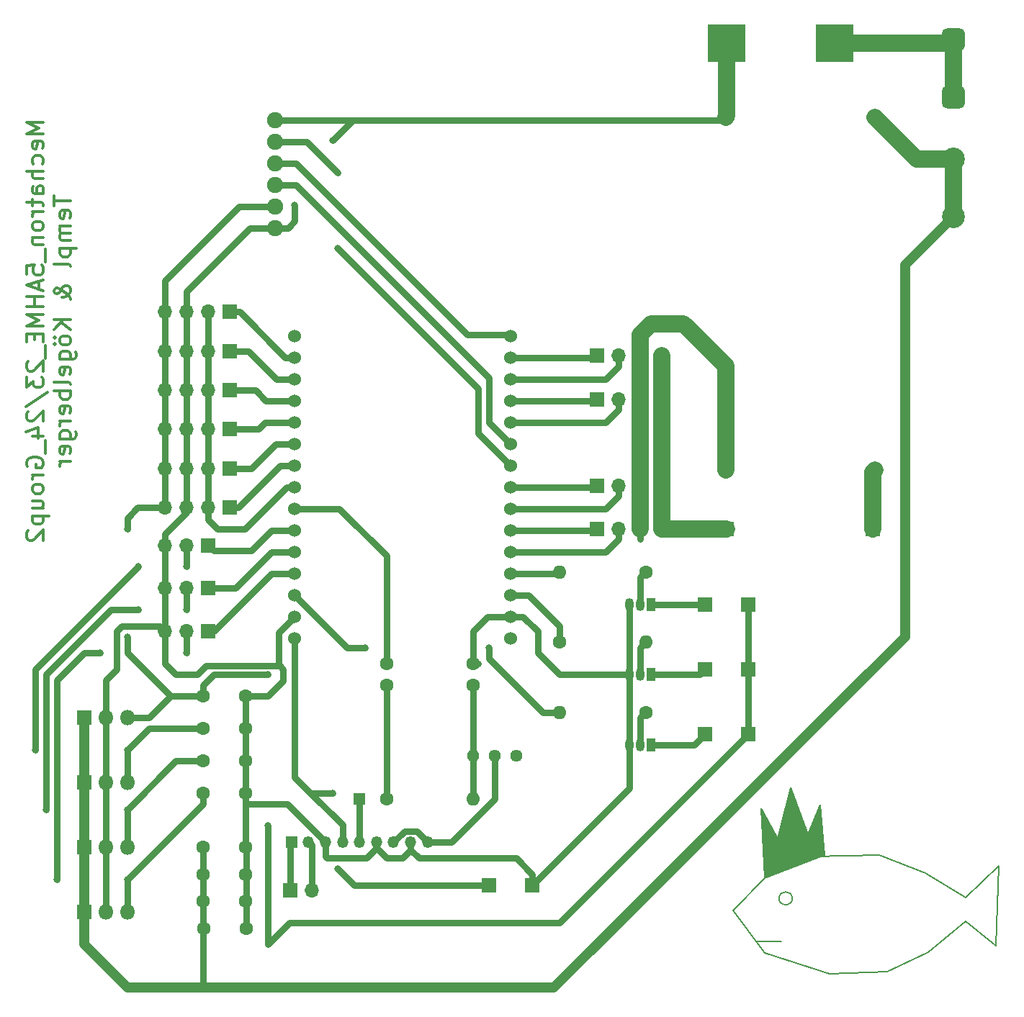
<source format=gbr>
G04 #@! TF.GenerationSoftware,KiCad,Pcbnew,7.0.6*
G04 #@! TF.CreationDate,2023-11-21T10:42:39+01:00*
G04 #@! TF.ProjectId,Mechatron_01,4d656368-6174-4726-9f6e-5f30312e6b69,rev?*
G04 #@! TF.SameCoordinates,Original*
G04 #@! TF.FileFunction,Copper,L2,Bot*
G04 #@! TF.FilePolarity,Positive*
%FSLAX46Y46*%
G04 Gerber Fmt 4.6, Leading zero omitted, Abs format (unit mm)*
G04 Created by KiCad (PCBNEW 7.0.6) date 2023-11-21 10:42:39*
%MOMM*%
%LPD*%
G01*
G04 APERTURE LIST*
G04 Aperture macros list*
%AMRoundRect*
0 Rectangle with rounded corners*
0 $1 Rounding radius*
0 $2 $3 $4 $5 $6 $7 $8 $9 X,Y pos of 4 corners*
0 Add a 4 corners polygon primitive as box body*
4,1,4,$2,$3,$4,$5,$6,$7,$8,$9,$2,$3,0*
0 Add four circle primitives for the rounded corners*
1,1,$1+$1,$2,$3*
1,1,$1+$1,$4,$5*
1,1,$1+$1,$6,$7*
1,1,$1+$1,$8,$9*
0 Add four rect primitives between the rounded corners*
20,1,$1+$1,$2,$3,$4,$5,0*
20,1,$1+$1,$4,$5,$6,$7,0*
20,1,$1+$1,$6,$7,$8,$9,0*
20,1,$1+$1,$8,$9,$2,$3,0*%
G04 Aperture macros list end*
G04 #@! TA.AperFunction,NonConductor*
%ADD10C,0.200000*%
G04 #@! TD*
%ADD11C,0.300000*%
G04 #@! TA.AperFunction,NonConductor*
%ADD12C,0.300000*%
G04 #@! TD*
G04 #@! TA.AperFunction,ComponentPad*
%ADD13O,1.600000X1.600000*%
G04 #@! TD*
G04 #@! TA.AperFunction,ComponentPad*
%ADD14C,1.600000*%
G04 #@! TD*
G04 #@! TA.AperFunction,ComponentPad*
%ADD15R,1.050000X1.500000*%
G04 #@! TD*
G04 #@! TA.AperFunction,ComponentPad*
%ADD16O,1.050000X1.500000*%
G04 #@! TD*
G04 #@! TA.AperFunction,ComponentPad*
%ADD17R,1.700000X1.700000*%
G04 #@! TD*
G04 #@! TA.AperFunction,ComponentPad*
%ADD18O,1.700000X1.700000*%
G04 #@! TD*
G04 #@! TA.AperFunction,ComponentPad*
%ADD19R,1.800000X1.800000*%
G04 #@! TD*
G04 #@! TA.AperFunction,ComponentPad*
%ADD20O,1.800000X1.800000*%
G04 #@! TD*
G04 #@! TA.AperFunction,ComponentPad*
%ADD21R,4.500000X4.500000*%
G04 #@! TD*
G04 #@! TA.AperFunction,ComponentPad*
%ADD22C,1.524000*%
G04 #@! TD*
G04 #@! TA.AperFunction,ComponentPad*
%ADD23C,1.800000*%
G04 #@! TD*
G04 #@! TA.AperFunction,ComponentPad*
%ADD24RoundRect,0.675000X-0.675000X0.675000X-0.675000X-0.675000X0.675000X-0.675000X0.675000X0.675000X0*%
G04 #@! TD*
G04 #@! TA.AperFunction,ComponentPad*
%ADD25C,2.700000*%
G04 #@! TD*
G04 #@! TA.AperFunction,ComponentPad*
%ADD26R,1.350000X1.350000*%
G04 #@! TD*
G04 #@! TA.AperFunction,ComponentPad*
%ADD27O,1.350000X1.350000*%
G04 #@! TD*
G04 #@! TA.AperFunction,ComponentPad*
%ADD28C,1.440000*%
G04 #@! TD*
G04 #@! TA.AperFunction,ComponentPad*
%ADD29C,1.900000*%
G04 #@! TD*
G04 #@! TA.AperFunction,ViaPad*
%ADD30C,0.800000*%
G04 #@! TD*
G04 #@! TA.AperFunction,Conductor*
%ADD31C,0.800000*%
G04 #@! TD*
G04 #@! TA.AperFunction,Conductor*
%ADD32C,1.200000*%
G04 #@! TD*
G04 #@! TA.AperFunction,Conductor*
%ADD33C,2.000000*%
G04 #@! TD*
G04 APERTURE END LIST*
D10*
X119000000Y-121000000D02*
X120500000Y-117500000D01*
X121000000Y-123500000D01*
X113900000Y-126150000D01*
X113500000Y-118000000D01*
X115500000Y-121500000D01*
X117000000Y-115500000D01*
X119000000Y-121000000D01*
G04 #@! TA.AperFunction,NonConductor*
G36*
X119000000Y-121000000D02*
G01*
X120500000Y-117500000D01*
X121000000Y-123500000D01*
X113900000Y-126150000D01*
X113500000Y-118000000D01*
X115500000Y-121500000D01*
X117000000Y-115500000D01*
X119000000Y-121000000D01*
G37*
G04 #@! TD.AperFunction*
X112947428Y-133664136D02*
X115897428Y-133664136D01*
X119047429Y-121586319D02*
G75*
G03*
X119047429Y-121586319I-1J0D01*
G01*
X117175245Y-128564136D02*
G75*
G03*
X117175245Y-128564136I-777817J0D01*
G01*
X132850000Y-125550000D02*
X137600000Y-128450000D01*
X141500000Y-124750000D01*
X141150000Y-134150000D01*
X137600000Y-131250000D01*
X133200000Y-134900000D01*
X128300000Y-137200000D01*
X121600000Y-137400000D01*
X113900000Y-135000000D01*
X110250000Y-130000000D01*
X113900000Y-126150000D01*
X119600000Y-123600000D01*
X127400000Y-123500000D01*
X132850000Y-125550000D01*
D11*
D12*
X29139638Y-37306189D02*
X27139638Y-37306189D01*
X27139638Y-37306189D02*
X28568209Y-37972856D01*
X28568209Y-37972856D02*
X27139638Y-38639522D01*
X27139638Y-38639522D02*
X29139638Y-38639522D01*
X29044400Y-40353808D02*
X29139638Y-40163332D01*
X29139638Y-40163332D02*
X29139638Y-39782379D01*
X29139638Y-39782379D02*
X29044400Y-39591903D01*
X29044400Y-39591903D02*
X28853923Y-39496665D01*
X28853923Y-39496665D02*
X28092019Y-39496665D01*
X28092019Y-39496665D02*
X27901542Y-39591903D01*
X27901542Y-39591903D02*
X27806304Y-39782379D01*
X27806304Y-39782379D02*
X27806304Y-40163332D01*
X27806304Y-40163332D02*
X27901542Y-40353808D01*
X27901542Y-40353808D02*
X28092019Y-40449046D01*
X28092019Y-40449046D02*
X28282495Y-40449046D01*
X28282495Y-40449046D02*
X28472971Y-39496665D01*
X29044400Y-42163332D02*
X29139638Y-41972856D01*
X29139638Y-41972856D02*
X29139638Y-41591903D01*
X29139638Y-41591903D02*
X29044400Y-41401427D01*
X29044400Y-41401427D02*
X28949161Y-41306189D01*
X28949161Y-41306189D02*
X28758685Y-41210951D01*
X28758685Y-41210951D02*
X28187257Y-41210951D01*
X28187257Y-41210951D02*
X27996780Y-41306189D01*
X27996780Y-41306189D02*
X27901542Y-41401427D01*
X27901542Y-41401427D02*
X27806304Y-41591903D01*
X27806304Y-41591903D02*
X27806304Y-41972856D01*
X27806304Y-41972856D02*
X27901542Y-42163332D01*
X29139638Y-43020475D02*
X27139638Y-43020475D01*
X29139638Y-43877618D02*
X28092019Y-43877618D01*
X28092019Y-43877618D02*
X27901542Y-43782380D01*
X27901542Y-43782380D02*
X27806304Y-43591904D01*
X27806304Y-43591904D02*
X27806304Y-43306189D01*
X27806304Y-43306189D02*
X27901542Y-43115713D01*
X27901542Y-43115713D02*
X27996780Y-43020475D01*
X29139638Y-45687142D02*
X28092019Y-45687142D01*
X28092019Y-45687142D02*
X27901542Y-45591904D01*
X27901542Y-45591904D02*
X27806304Y-45401428D01*
X27806304Y-45401428D02*
X27806304Y-45020475D01*
X27806304Y-45020475D02*
X27901542Y-44829999D01*
X29044400Y-45687142D02*
X29139638Y-45496666D01*
X29139638Y-45496666D02*
X29139638Y-45020475D01*
X29139638Y-45020475D02*
X29044400Y-44829999D01*
X29044400Y-44829999D02*
X28853923Y-44734761D01*
X28853923Y-44734761D02*
X28663447Y-44734761D01*
X28663447Y-44734761D02*
X28472971Y-44829999D01*
X28472971Y-44829999D02*
X28377733Y-45020475D01*
X28377733Y-45020475D02*
X28377733Y-45496666D01*
X28377733Y-45496666D02*
X28282495Y-45687142D01*
X27806304Y-46353809D02*
X27806304Y-47115713D01*
X27139638Y-46639523D02*
X28853923Y-46639523D01*
X28853923Y-46639523D02*
X29044400Y-46734761D01*
X29044400Y-46734761D02*
X29139638Y-46925237D01*
X29139638Y-46925237D02*
X29139638Y-47115713D01*
X29139638Y-47782380D02*
X27806304Y-47782380D01*
X28187257Y-47782380D02*
X27996780Y-47877618D01*
X27996780Y-47877618D02*
X27901542Y-47972856D01*
X27901542Y-47972856D02*
X27806304Y-48163332D01*
X27806304Y-48163332D02*
X27806304Y-48353809D01*
X29139638Y-49306189D02*
X29044400Y-49115713D01*
X29044400Y-49115713D02*
X28949161Y-49020475D01*
X28949161Y-49020475D02*
X28758685Y-48925237D01*
X28758685Y-48925237D02*
X28187257Y-48925237D01*
X28187257Y-48925237D02*
X27996780Y-49020475D01*
X27996780Y-49020475D02*
X27901542Y-49115713D01*
X27901542Y-49115713D02*
X27806304Y-49306189D01*
X27806304Y-49306189D02*
X27806304Y-49591904D01*
X27806304Y-49591904D02*
X27901542Y-49782380D01*
X27901542Y-49782380D02*
X27996780Y-49877618D01*
X27996780Y-49877618D02*
X28187257Y-49972856D01*
X28187257Y-49972856D02*
X28758685Y-49972856D01*
X28758685Y-49972856D02*
X28949161Y-49877618D01*
X28949161Y-49877618D02*
X29044400Y-49782380D01*
X29044400Y-49782380D02*
X29139638Y-49591904D01*
X29139638Y-49591904D02*
X29139638Y-49306189D01*
X27806304Y-50829999D02*
X29139638Y-50829999D01*
X27996780Y-50829999D02*
X27901542Y-50925237D01*
X27901542Y-50925237D02*
X27806304Y-51115713D01*
X27806304Y-51115713D02*
X27806304Y-51401428D01*
X27806304Y-51401428D02*
X27901542Y-51591904D01*
X27901542Y-51591904D02*
X28092019Y-51687142D01*
X28092019Y-51687142D02*
X29139638Y-51687142D01*
X29330114Y-52163333D02*
X29330114Y-53687142D01*
X27139638Y-55115714D02*
X27139638Y-54163333D01*
X27139638Y-54163333D02*
X28092019Y-54068095D01*
X28092019Y-54068095D02*
X27996780Y-54163333D01*
X27996780Y-54163333D02*
X27901542Y-54353809D01*
X27901542Y-54353809D02*
X27901542Y-54830000D01*
X27901542Y-54830000D02*
X27996780Y-55020476D01*
X27996780Y-55020476D02*
X28092019Y-55115714D01*
X28092019Y-55115714D02*
X28282495Y-55210952D01*
X28282495Y-55210952D02*
X28758685Y-55210952D01*
X28758685Y-55210952D02*
X28949161Y-55115714D01*
X28949161Y-55115714D02*
X29044400Y-55020476D01*
X29044400Y-55020476D02*
X29139638Y-54830000D01*
X29139638Y-54830000D02*
X29139638Y-54353809D01*
X29139638Y-54353809D02*
X29044400Y-54163333D01*
X29044400Y-54163333D02*
X28949161Y-54068095D01*
X28568209Y-55972857D02*
X28568209Y-56925238D01*
X29139638Y-55782381D02*
X27139638Y-56449047D01*
X27139638Y-56449047D02*
X29139638Y-57115714D01*
X29139638Y-57782381D02*
X27139638Y-57782381D01*
X28092019Y-57782381D02*
X28092019Y-58925238D01*
X29139638Y-58925238D02*
X27139638Y-58925238D01*
X29139638Y-59877619D02*
X27139638Y-59877619D01*
X27139638Y-59877619D02*
X28568209Y-60544286D01*
X28568209Y-60544286D02*
X27139638Y-61210952D01*
X27139638Y-61210952D02*
X29139638Y-61210952D01*
X28092019Y-62163333D02*
X28092019Y-62830000D01*
X29139638Y-63115714D02*
X29139638Y-62163333D01*
X29139638Y-62163333D02*
X27139638Y-62163333D01*
X27139638Y-62163333D02*
X27139638Y-63115714D01*
X29330114Y-63496667D02*
X29330114Y-65020476D01*
X27330114Y-65401429D02*
X27234876Y-65496667D01*
X27234876Y-65496667D02*
X27139638Y-65687143D01*
X27139638Y-65687143D02*
X27139638Y-66163334D01*
X27139638Y-66163334D02*
X27234876Y-66353810D01*
X27234876Y-66353810D02*
X27330114Y-66449048D01*
X27330114Y-66449048D02*
X27520590Y-66544286D01*
X27520590Y-66544286D02*
X27711066Y-66544286D01*
X27711066Y-66544286D02*
X27996780Y-66449048D01*
X27996780Y-66449048D02*
X29139638Y-65306191D01*
X29139638Y-65306191D02*
X29139638Y-66544286D01*
X27139638Y-67210953D02*
X27139638Y-68449048D01*
X27139638Y-68449048D02*
X27901542Y-67782381D01*
X27901542Y-67782381D02*
X27901542Y-68068096D01*
X27901542Y-68068096D02*
X27996780Y-68258572D01*
X27996780Y-68258572D02*
X28092019Y-68353810D01*
X28092019Y-68353810D02*
X28282495Y-68449048D01*
X28282495Y-68449048D02*
X28758685Y-68449048D01*
X28758685Y-68449048D02*
X28949161Y-68353810D01*
X28949161Y-68353810D02*
X29044400Y-68258572D01*
X29044400Y-68258572D02*
X29139638Y-68068096D01*
X29139638Y-68068096D02*
X29139638Y-67496667D01*
X29139638Y-67496667D02*
X29044400Y-67306191D01*
X29044400Y-67306191D02*
X28949161Y-67210953D01*
X27044400Y-70734762D02*
X29615828Y-69020477D01*
X27330114Y-71306191D02*
X27234876Y-71401429D01*
X27234876Y-71401429D02*
X27139638Y-71591905D01*
X27139638Y-71591905D02*
X27139638Y-72068096D01*
X27139638Y-72068096D02*
X27234876Y-72258572D01*
X27234876Y-72258572D02*
X27330114Y-72353810D01*
X27330114Y-72353810D02*
X27520590Y-72449048D01*
X27520590Y-72449048D02*
X27711066Y-72449048D01*
X27711066Y-72449048D02*
X27996780Y-72353810D01*
X27996780Y-72353810D02*
X29139638Y-71210953D01*
X29139638Y-71210953D02*
X29139638Y-72449048D01*
X27806304Y-74163334D02*
X29139638Y-74163334D01*
X27044400Y-73687143D02*
X28472971Y-73210953D01*
X28472971Y-73210953D02*
X28472971Y-74449048D01*
X29330114Y-74734763D02*
X29330114Y-76258572D01*
X27234876Y-77782382D02*
X27139638Y-77591906D01*
X27139638Y-77591906D02*
X27139638Y-77306192D01*
X27139638Y-77306192D02*
X27234876Y-77020477D01*
X27234876Y-77020477D02*
X27425352Y-76830001D01*
X27425352Y-76830001D02*
X27615828Y-76734763D01*
X27615828Y-76734763D02*
X27996780Y-76639525D01*
X27996780Y-76639525D02*
X28282495Y-76639525D01*
X28282495Y-76639525D02*
X28663447Y-76734763D01*
X28663447Y-76734763D02*
X28853923Y-76830001D01*
X28853923Y-76830001D02*
X29044400Y-77020477D01*
X29044400Y-77020477D02*
X29139638Y-77306192D01*
X29139638Y-77306192D02*
X29139638Y-77496668D01*
X29139638Y-77496668D02*
X29044400Y-77782382D01*
X29044400Y-77782382D02*
X28949161Y-77877620D01*
X28949161Y-77877620D02*
X28282495Y-77877620D01*
X28282495Y-77877620D02*
X28282495Y-77496668D01*
X29139638Y-78734763D02*
X27806304Y-78734763D01*
X28187257Y-78734763D02*
X27996780Y-78830001D01*
X27996780Y-78830001D02*
X27901542Y-78925239D01*
X27901542Y-78925239D02*
X27806304Y-79115715D01*
X27806304Y-79115715D02*
X27806304Y-79306192D01*
X29139638Y-80258572D02*
X29044400Y-80068096D01*
X29044400Y-80068096D02*
X28949161Y-79972858D01*
X28949161Y-79972858D02*
X28758685Y-79877620D01*
X28758685Y-79877620D02*
X28187257Y-79877620D01*
X28187257Y-79877620D02*
X27996780Y-79972858D01*
X27996780Y-79972858D02*
X27901542Y-80068096D01*
X27901542Y-80068096D02*
X27806304Y-80258572D01*
X27806304Y-80258572D02*
X27806304Y-80544287D01*
X27806304Y-80544287D02*
X27901542Y-80734763D01*
X27901542Y-80734763D02*
X27996780Y-80830001D01*
X27996780Y-80830001D02*
X28187257Y-80925239D01*
X28187257Y-80925239D02*
X28758685Y-80925239D01*
X28758685Y-80925239D02*
X28949161Y-80830001D01*
X28949161Y-80830001D02*
X29044400Y-80734763D01*
X29044400Y-80734763D02*
X29139638Y-80544287D01*
X29139638Y-80544287D02*
X29139638Y-80258572D01*
X27806304Y-82639525D02*
X29139638Y-82639525D01*
X27806304Y-81782382D02*
X28853923Y-81782382D01*
X28853923Y-81782382D02*
X29044400Y-81877620D01*
X29044400Y-81877620D02*
X29139638Y-82068096D01*
X29139638Y-82068096D02*
X29139638Y-82353811D01*
X29139638Y-82353811D02*
X29044400Y-82544287D01*
X29044400Y-82544287D02*
X28949161Y-82639525D01*
X27806304Y-83591906D02*
X29806304Y-83591906D01*
X27901542Y-83591906D02*
X27806304Y-83782382D01*
X27806304Y-83782382D02*
X27806304Y-84163335D01*
X27806304Y-84163335D02*
X27901542Y-84353811D01*
X27901542Y-84353811D02*
X27996780Y-84449049D01*
X27996780Y-84449049D02*
X28187257Y-84544287D01*
X28187257Y-84544287D02*
X28758685Y-84544287D01*
X28758685Y-84544287D02*
X28949161Y-84449049D01*
X28949161Y-84449049D02*
X29044400Y-84353811D01*
X29044400Y-84353811D02*
X29139638Y-84163335D01*
X29139638Y-84163335D02*
X29139638Y-83782382D01*
X29139638Y-83782382D02*
X29044400Y-83591906D01*
X27330114Y-85306192D02*
X27234876Y-85401430D01*
X27234876Y-85401430D02*
X27139638Y-85591906D01*
X27139638Y-85591906D02*
X27139638Y-86068097D01*
X27139638Y-86068097D02*
X27234876Y-86258573D01*
X27234876Y-86258573D02*
X27330114Y-86353811D01*
X27330114Y-86353811D02*
X27520590Y-86449049D01*
X27520590Y-86449049D02*
X27711066Y-86449049D01*
X27711066Y-86449049D02*
X27996780Y-86353811D01*
X27996780Y-86353811D02*
X29139638Y-85210954D01*
X29139638Y-85210954D02*
X29139638Y-86449049D01*
X30359638Y-45925237D02*
X30359638Y-47068094D01*
X32359638Y-46496665D02*
X30359638Y-46496665D01*
X32264400Y-48496666D02*
X32359638Y-48306190D01*
X32359638Y-48306190D02*
X32359638Y-47925237D01*
X32359638Y-47925237D02*
X32264400Y-47734761D01*
X32264400Y-47734761D02*
X32073923Y-47639523D01*
X32073923Y-47639523D02*
X31312019Y-47639523D01*
X31312019Y-47639523D02*
X31121542Y-47734761D01*
X31121542Y-47734761D02*
X31026304Y-47925237D01*
X31026304Y-47925237D02*
X31026304Y-48306190D01*
X31026304Y-48306190D02*
X31121542Y-48496666D01*
X31121542Y-48496666D02*
X31312019Y-48591904D01*
X31312019Y-48591904D02*
X31502495Y-48591904D01*
X31502495Y-48591904D02*
X31692971Y-47639523D01*
X32359638Y-49449047D02*
X31026304Y-49449047D01*
X31216780Y-49449047D02*
X31121542Y-49544285D01*
X31121542Y-49544285D02*
X31026304Y-49734761D01*
X31026304Y-49734761D02*
X31026304Y-50020476D01*
X31026304Y-50020476D02*
X31121542Y-50210952D01*
X31121542Y-50210952D02*
X31312019Y-50306190D01*
X31312019Y-50306190D02*
X32359638Y-50306190D01*
X31312019Y-50306190D02*
X31121542Y-50401428D01*
X31121542Y-50401428D02*
X31026304Y-50591904D01*
X31026304Y-50591904D02*
X31026304Y-50877618D01*
X31026304Y-50877618D02*
X31121542Y-51068095D01*
X31121542Y-51068095D02*
X31312019Y-51163333D01*
X31312019Y-51163333D02*
X32359638Y-51163333D01*
X31026304Y-52115714D02*
X33026304Y-52115714D01*
X31121542Y-52115714D02*
X31026304Y-52306190D01*
X31026304Y-52306190D02*
X31026304Y-52687143D01*
X31026304Y-52687143D02*
X31121542Y-52877619D01*
X31121542Y-52877619D02*
X31216780Y-52972857D01*
X31216780Y-52972857D02*
X31407257Y-53068095D01*
X31407257Y-53068095D02*
X31978685Y-53068095D01*
X31978685Y-53068095D02*
X32169161Y-52972857D01*
X32169161Y-52972857D02*
X32264400Y-52877619D01*
X32264400Y-52877619D02*
X32359638Y-52687143D01*
X32359638Y-52687143D02*
X32359638Y-52306190D01*
X32359638Y-52306190D02*
X32264400Y-52115714D01*
X32359638Y-54210952D02*
X32264400Y-54020476D01*
X32264400Y-54020476D02*
X32073923Y-53925238D01*
X32073923Y-53925238D02*
X30359638Y-53925238D01*
X32359638Y-58115715D02*
X32359638Y-58020477D01*
X32359638Y-58020477D02*
X32264400Y-57830000D01*
X32264400Y-57830000D02*
X31978685Y-57544286D01*
X31978685Y-57544286D02*
X31407257Y-57068096D01*
X31407257Y-57068096D02*
X31121542Y-56877619D01*
X31121542Y-56877619D02*
X30835828Y-56782381D01*
X30835828Y-56782381D02*
X30645352Y-56782381D01*
X30645352Y-56782381D02*
X30454876Y-56877619D01*
X30454876Y-56877619D02*
X30359638Y-57068096D01*
X30359638Y-57068096D02*
X30359638Y-57163334D01*
X30359638Y-57163334D02*
X30454876Y-57353810D01*
X30454876Y-57353810D02*
X30645352Y-57449048D01*
X30645352Y-57449048D02*
X30740590Y-57449048D01*
X30740590Y-57449048D02*
X30931066Y-57353810D01*
X30931066Y-57353810D02*
X31026304Y-57258572D01*
X31026304Y-57258572D02*
X31407257Y-56687143D01*
X31407257Y-56687143D02*
X31502495Y-56591905D01*
X31502495Y-56591905D02*
X31692971Y-56496667D01*
X31692971Y-56496667D02*
X31978685Y-56496667D01*
X31978685Y-56496667D02*
X32169161Y-56591905D01*
X32169161Y-56591905D02*
X32264400Y-56687143D01*
X32264400Y-56687143D02*
X32359638Y-56877619D01*
X32359638Y-56877619D02*
X32359638Y-57163334D01*
X32359638Y-57163334D02*
X32264400Y-57353810D01*
X32264400Y-57353810D02*
X32169161Y-57449048D01*
X32169161Y-57449048D02*
X31788209Y-57734762D01*
X31788209Y-57734762D02*
X31502495Y-57830000D01*
X31502495Y-57830000D02*
X31312019Y-57830000D01*
X32359638Y-60496667D02*
X30359638Y-60496667D01*
X32359638Y-61639524D02*
X31216780Y-60782381D01*
X30359638Y-61639524D02*
X31502495Y-60496667D01*
X32359638Y-62782381D02*
X32264400Y-62591905D01*
X32264400Y-62591905D02*
X32169161Y-62496667D01*
X32169161Y-62496667D02*
X31978685Y-62401429D01*
X31978685Y-62401429D02*
X31407257Y-62401429D01*
X31407257Y-62401429D02*
X31216780Y-62496667D01*
X31216780Y-62496667D02*
X31121542Y-62591905D01*
X31121542Y-62591905D02*
X31026304Y-62782381D01*
X31026304Y-62782381D02*
X31026304Y-63068096D01*
X31026304Y-63068096D02*
X31121542Y-63258572D01*
X31121542Y-63258572D02*
X31216780Y-63353810D01*
X31216780Y-63353810D02*
X31407257Y-63449048D01*
X31407257Y-63449048D02*
X31978685Y-63449048D01*
X31978685Y-63449048D02*
X32169161Y-63353810D01*
X32169161Y-63353810D02*
X32264400Y-63258572D01*
X32264400Y-63258572D02*
X32359638Y-63068096D01*
X32359638Y-63068096D02*
X32359638Y-62782381D01*
X30359638Y-62591905D02*
X30454876Y-62687143D01*
X30454876Y-62687143D02*
X30550114Y-62591905D01*
X30550114Y-62591905D02*
X30454876Y-62496667D01*
X30454876Y-62496667D02*
X30359638Y-62591905D01*
X30359638Y-62591905D02*
X30550114Y-62591905D01*
X30359638Y-63353810D02*
X30454876Y-63449048D01*
X30454876Y-63449048D02*
X30550114Y-63353810D01*
X30550114Y-63353810D02*
X30454876Y-63258572D01*
X30454876Y-63258572D02*
X30359638Y-63353810D01*
X30359638Y-63353810D02*
X30550114Y-63353810D01*
X31026304Y-65163334D02*
X32645352Y-65163334D01*
X32645352Y-65163334D02*
X32835828Y-65068096D01*
X32835828Y-65068096D02*
X32931066Y-64972858D01*
X32931066Y-64972858D02*
X33026304Y-64782381D01*
X33026304Y-64782381D02*
X33026304Y-64496667D01*
X33026304Y-64496667D02*
X32931066Y-64306191D01*
X32264400Y-65163334D02*
X32359638Y-64972858D01*
X32359638Y-64972858D02*
X32359638Y-64591905D01*
X32359638Y-64591905D02*
X32264400Y-64401429D01*
X32264400Y-64401429D02*
X32169161Y-64306191D01*
X32169161Y-64306191D02*
X31978685Y-64210953D01*
X31978685Y-64210953D02*
X31407257Y-64210953D01*
X31407257Y-64210953D02*
X31216780Y-64306191D01*
X31216780Y-64306191D02*
X31121542Y-64401429D01*
X31121542Y-64401429D02*
X31026304Y-64591905D01*
X31026304Y-64591905D02*
X31026304Y-64972858D01*
X31026304Y-64972858D02*
X31121542Y-65163334D01*
X32264400Y-66877620D02*
X32359638Y-66687144D01*
X32359638Y-66687144D02*
X32359638Y-66306191D01*
X32359638Y-66306191D02*
X32264400Y-66115715D01*
X32264400Y-66115715D02*
X32073923Y-66020477D01*
X32073923Y-66020477D02*
X31312019Y-66020477D01*
X31312019Y-66020477D02*
X31121542Y-66115715D01*
X31121542Y-66115715D02*
X31026304Y-66306191D01*
X31026304Y-66306191D02*
X31026304Y-66687144D01*
X31026304Y-66687144D02*
X31121542Y-66877620D01*
X31121542Y-66877620D02*
X31312019Y-66972858D01*
X31312019Y-66972858D02*
X31502495Y-66972858D01*
X31502495Y-66972858D02*
X31692971Y-66020477D01*
X32359638Y-68115715D02*
X32264400Y-67925239D01*
X32264400Y-67925239D02*
X32073923Y-67830001D01*
X32073923Y-67830001D02*
X30359638Y-67830001D01*
X32359638Y-68877620D02*
X30359638Y-68877620D01*
X31121542Y-68877620D02*
X31026304Y-69068096D01*
X31026304Y-69068096D02*
X31026304Y-69449049D01*
X31026304Y-69449049D02*
X31121542Y-69639525D01*
X31121542Y-69639525D02*
X31216780Y-69734763D01*
X31216780Y-69734763D02*
X31407257Y-69830001D01*
X31407257Y-69830001D02*
X31978685Y-69830001D01*
X31978685Y-69830001D02*
X32169161Y-69734763D01*
X32169161Y-69734763D02*
X32264400Y-69639525D01*
X32264400Y-69639525D02*
X32359638Y-69449049D01*
X32359638Y-69449049D02*
X32359638Y-69068096D01*
X32359638Y-69068096D02*
X32264400Y-68877620D01*
X32264400Y-71449049D02*
X32359638Y-71258573D01*
X32359638Y-71258573D02*
X32359638Y-70877620D01*
X32359638Y-70877620D02*
X32264400Y-70687144D01*
X32264400Y-70687144D02*
X32073923Y-70591906D01*
X32073923Y-70591906D02*
X31312019Y-70591906D01*
X31312019Y-70591906D02*
X31121542Y-70687144D01*
X31121542Y-70687144D02*
X31026304Y-70877620D01*
X31026304Y-70877620D02*
X31026304Y-71258573D01*
X31026304Y-71258573D02*
X31121542Y-71449049D01*
X31121542Y-71449049D02*
X31312019Y-71544287D01*
X31312019Y-71544287D02*
X31502495Y-71544287D01*
X31502495Y-71544287D02*
X31692971Y-70591906D01*
X32359638Y-72401430D02*
X31026304Y-72401430D01*
X31407257Y-72401430D02*
X31216780Y-72496668D01*
X31216780Y-72496668D02*
X31121542Y-72591906D01*
X31121542Y-72591906D02*
X31026304Y-72782382D01*
X31026304Y-72782382D02*
X31026304Y-72972859D01*
X31026304Y-74496668D02*
X32645352Y-74496668D01*
X32645352Y-74496668D02*
X32835828Y-74401430D01*
X32835828Y-74401430D02*
X32931066Y-74306192D01*
X32931066Y-74306192D02*
X33026304Y-74115715D01*
X33026304Y-74115715D02*
X33026304Y-73830001D01*
X33026304Y-73830001D02*
X32931066Y-73639525D01*
X32264400Y-74496668D02*
X32359638Y-74306192D01*
X32359638Y-74306192D02*
X32359638Y-73925239D01*
X32359638Y-73925239D02*
X32264400Y-73734763D01*
X32264400Y-73734763D02*
X32169161Y-73639525D01*
X32169161Y-73639525D02*
X31978685Y-73544287D01*
X31978685Y-73544287D02*
X31407257Y-73544287D01*
X31407257Y-73544287D02*
X31216780Y-73639525D01*
X31216780Y-73639525D02*
X31121542Y-73734763D01*
X31121542Y-73734763D02*
X31026304Y-73925239D01*
X31026304Y-73925239D02*
X31026304Y-74306192D01*
X31026304Y-74306192D02*
X31121542Y-74496668D01*
X32264400Y-76210954D02*
X32359638Y-76020478D01*
X32359638Y-76020478D02*
X32359638Y-75639525D01*
X32359638Y-75639525D02*
X32264400Y-75449049D01*
X32264400Y-75449049D02*
X32073923Y-75353811D01*
X32073923Y-75353811D02*
X31312019Y-75353811D01*
X31312019Y-75353811D02*
X31121542Y-75449049D01*
X31121542Y-75449049D02*
X31026304Y-75639525D01*
X31026304Y-75639525D02*
X31026304Y-76020478D01*
X31026304Y-76020478D02*
X31121542Y-76210954D01*
X31121542Y-76210954D02*
X31312019Y-76306192D01*
X31312019Y-76306192D02*
X31502495Y-76306192D01*
X31502495Y-76306192D02*
X31692971Y-75353811D01*
X32359638Y-77163335D02*
X31026304Y-77163335D01*
X31407257Y-77163335D02*
X31216780Y-77258573D01*
X31216780Y-77258573D02*
X31121542Y-77353811D01*
X31121542Y-77353811D02*
X31026304Y-77544287D01*
X31026304Y-77544287D02*
X31026304Y-77734764D01*
D13*
X89789000Y-106680000D03*
D14*
X99949000Y-106680000D03*
D13*
X89789000Y-90170000D03*
D14*
X99949000Y-90170000D03*
D13*
X99949000Y-98425000D03*
D14*
X89789000Y-98425000D03*
D15*
X100584000Y-102235000D03*
D16*
X99314000Y-102235000D03*
X98044000Y-102235000D03*
D15*
X100584000Y-93980000D03*
D16*
X99314000Y-93980000D03*
X98044000Y-93980000D03*
D15*
X100584000Y-110490000D03*
D16*
X99314000Y-110490000D03*
X98044000Y-110490000D03*
D17*
X112014000Y-109220000D03*
X112014000Y-101600000D03*
X112014000Y-93980000D03*
X94234000Y-69850000D03*
D18*
X96774000Y-69850000D03*
X99314000Y-69850000D03*
X101854000Y-69850000D03*
D17*
X106934000Y-93980000D03*
X58134000Y-127635000D03*
D18*
X60674000Y-127635000D03*
D17*
X94234000Y-85090000D03*
D18*
X96774000Y-85090000D03*
X99314000Y-85090000D03*
X101854000Y-85090000D03*
D17*
X51054000Y-64178000D03*
D18*
X48514000Y-64178000D03*
X45974000Y-64178000D03*
X43434000Y-64178000D03*
D17*
X94234000Y-80010000D03*
D18*
X96774000Y-80010000D03*
X99314000Y-80010000D03*
X101854000Y-80010000D03*
D19*
X33909000Y-114935000D03*
D20*
X36449000Y-114935000D03*
X38989000Y-114935000D03*
D14*
X47919000Y-125730000D03*
X52919000Y-125730000D03*
D19*
X33909000Y-130175000D03*
D20*
X36449000Y-130175000D03*
X38989000Y-130175000D03*
D14*
X47919000Y-128905000D03*
X52919000Y-128905000D03*
D17*
X48514000Y-87020000D03*
D18*
X45974000Y-87020000D03*
X43434000Y-87020000D03*
D17*
X48514000Y-97105000D03*
D18*
X45974000Y-97105000D03*
X43434000Y-97105000D03*
D14*
X47919000Y-116205000D03*
X52919000Y-116205000D03*
X47959000Y-132080000D03*
X52959000Y-132080000D03*
D17*
X51054000Y-68778000D03*
D18*
X48514000Y-68778000D03*
X45974000Y-68778000D03*
X43434000Y-68778000D03*
D21*
X122174000Y-27940000D03*
D17*
X81534000Y-127000000D03*
X51054000Y-73378000D03*
D18*
X48514000Y-73378000D03*
X45974000Y-73378000D03*
X43434000Y-73378000D03*
D14*
X69469000Y-116840000D03*
D13*
X79629000Y-116840000D03*
D17*
X126619000Y-85090000D03*
D22*
X84074000Y-97960000D03*
X58674000Y-64940000D03*
X58674000Y-67480000D03*
X58674000Y-62400000D03*
X58674000Y-70020000D03*
X58674000Y-72560000D03*
X58674000Y-75100000D03*
X58674000Y-77640000D03*
X58674000Y-80180000D03*
X58674000Y-82720000D03*
X58674000Y-85260000D03*
X58674000Y-87800000D03*
X58674000Y-90340000D03*
X58674000Y-92880000D03*
X84074000Y-92880000D03*
X84074000Y-90340000D03*
X84074000Y-87800000D03*
X84074000Y-85260000D03*
X84074000Y-82720000D03*
X84074000Y-80180000D03*
X84074000Y-77640000D03*
X84074000Y-62400000D03*
X84074000Y-75100000D03*
X84074000Y-64940000D03*
X84074000Y-70020000D03*
X84074000Y-67480000D03*
X84074000Y-72560000D03*
X58674000Y-95420000D03*
X84074000Y-95420000D03*
X58674000Y-97960000D03*
D23*
X126864000Y-36650000D03*
X109364000Y-36650000D03*
X126864000Y-78150000D03*
X109364000Y-78150000D03*
D17*
X106934000Y-109220000D03*
D14*
X47919000Y-122555000D03*
X52919000Y-122555000D03*
X79629000Y-100965000D03*
X79629000Y-103465000D03*
D19*
X33909000Y-122555000D03*
D20*
X36449000Y-122555000D03*
X38989000Y-122555000D03*
D14*
X47919000Y-108585000D03*
X52919000Y-108585000D03*
X47919000Y-104775000D03*
X52919000Y-104775000D03*
D24*
X136144000Y-27530000D03*
X136144000Y-34290000D03*
D25*
X136144000Y-41570000D03*
X136144000Y-48330000D03*
D17*
X51054000Y-59578000D03*
D18*
X48514000Y-59578000D03*
X45974000Y-59578000D03*
X43434000Y-59578000D03*
D17*
X48514000Y-92075000D03*
D18*
X45974000Y-92075000D03*
X43434000Y-92075000D03*
D14*
X47919000Y-112395000D03*
X52919000Y-112395000D03*
X69469000Y-100965000D03*
X69469000Y-103465000D03*
D26*
X66294000Y-116840000D03*
D21*
X109474000Y-27940000D03*
D17*
X51054000Y-82578000D03*
D18*
X48514000Y-82578000D03*
X45974000Y-82578000D03*
X43434000Y-82578000D03*
D17*
X106934000Y-101600000D03*
X86614000Y-127000000D03*
X51054000Y-77978000D03*
D18*
X48514000Y-77978000D03*
X45974000Y-77978000D03*
X43434000Y-77978000D03*
D17*
X109474000Y-85090000D03*
D26*
X58294000Y-121920000D03*
D27*
X60294000Y-121920000D03*
X62294000Y-121920000D03*
X64294000Y-121920000D03*
X66294000Y-121920000D03*
X68294000Y-121920000D03*
X70294000Y-121920000D03*
X72294000Y-121920000D03*
X74294000Y-121920000D03*
D28*
X79629000Y-111760000D03*
X82169000Y-111760000D03*
X84709000Y-111760000D03*
D19*
X33909000Y-107315000D03*
D20*
X36449000Y-107315000D03*
X38989000Y-107315000D03*
D17*
X94244000Y-64745000D03*
D18*
X96784000Y-64745000D03*
X99324000Y-64745000D03*
X101864000Y-64745000D03*
D29*
X56384000Y-49710000D03*
X56384000Y-47170000D03*
X56384000Y-44630000D03*
X56384000Y-42090000D03*
X56384000Y-39550000D03*
X56384000Y-37010000D03*
D30*
X45974000Y-99695000D03*
X35814000Y-99695000D03*
X30734000Y-126365000D03*
X40259000Y-94615000D03*
X45974000Y-94615000D03*
X29464000Y-118110000D03*
X40259000Y-89535000D03*
X45974000Y-89535000D03*
X28194000Y-111125000D03*
X38989000Y-111125000D03*
X38989000Y-118110000D03*
X38989000Y-126365000D03*
X58674000Y-46990000D03*
X63119000Y-39370000D03*
X55499000Y-120015000D03*
X38989000Y-85090000D03*
X38989000Y-97790000D03*
X55499000Y-102235000D03*
X66929000Y-99060000D03*
X81534000Y-99060000D03*
X63754000Y-52070000D03*
X63754000Y-43180000D03*
X63754000Y-125095000D03*
X63119000Y-116205000D03*
D31*
X52919000Y-116205000D02*
X52919000Y-104775000D01*
X52919000Y-122555000D02*
X52919000Y-116205000D01*
X52959000Y-122595000D02*
X52919000Y-122555000D01*
X52959000Y-132080000D02*
X52959000Y-122595000D01*
X47919000Y-139025000D02*
X47919000Y-122555000D01*
X47879000Y-139065000D02*
X47919000Y-139025000D01*
X47919000Y-117435000D02*
X38989000Y-126365000D01*
X47919000Y-116205000D02*
X47919000Y-117435000D01*
X44704000Y-112395000D02*
X38989000Y-118110000D01*
X47919000Y-112395000D02*
X44704000Y-112395000D01*
X41529000Y-108585000D02*
X38989000Y-111125000D01*
X47919000Y-108585000D02*
X41529000Y-108585000D01*
D32*
X47879000Y-139065000D02*
X89154000Y-139065000D01*
X38989000Y-139065000D02*
X47879000Y-139065000D01*
D31*
X36449000Y-102870000D02*
X36449000Y-107315000D01*
X37719000Y-97155000D02*
X37719000Y-101600000D01*
X37719000Y-101600000D02*
X36449000Y-102870000D01*
X38354000Y-96520000D02*
X37719000Y-97155000D01*
X42849000Y-96520000D02*
X38354000Y-96520000D01*
X43434000Y-97105000D02*
X42849000Y-96520000D01*
X33909000Y-99695000D02*
X35814000Y-99695000D01*
X30734000Y-126365000D02*
X30734000Y-102870000D01*
X30734000Y-102870000D02*
X33909000Y-99695000D01*
X43434000Y-97105000D02*
X43434000Y-87020000D01*
X43434000Y-100965000D02*
X43434000Y-97105000D01*
X37084000Y-94615000D02*
X40259000Y-94615000D01*
X29464000Y-118110000D02*
X29464000Y-102235000D01*
X29464000Y-102235000D02*
X37084000Y-94615000D01*
X28194000Y-101600000D02*
X28194000Y-111125000D01*
X40259000Y-89535000D02*
X28194000Y-101600000D01*
X45974000Y-87020000D02*
X45974000Y-89535000D01*
X45974000Y-92075000D02*
X45974000Y-94615000D01*
X45974000Y-97105000D02*
X45974000Y-99695000D01*
X38989000Y-130175000D02*
X38989000Y-126365000D01*
X38989000Y-122555000D02*
X38989000Y-118110000D01*
X38989000Y-114935000D02*
X38989000Y-111125000D01*
X56769000Y-101057000D02*
X57312000Y-101600000D01*
X56769000Y-97325000D02*
X56769000Y-101057000D01*
X58674000Y-95420000D02*
X56769000Y-97325000D01*
X56947000Y-101235000D02*
X57312000Y-101600000D01*
X48244000Y-101235000D02*
X56947000Y-101235000D01*
X47244000Y-102235000D02*
X48244000Y-101235000D01*
X44704000Y-102235000D02*
X47244000Y-102235000D01*
X43434000Y-100965000D02*
X44704000Y-102235000D01*
X57312000Y-101600000D02*
X57312000Y-102962000D01*
X49199000Y-97105000D02*
X48514000Y-97105000D01*
X55964000Y-90340000D02*
X49199000Y-97105000D01*
X55964000Y-85260000D02*
X58674000Y-85260000D01*
X53569000Y-87655000D02*
X55964000Y-85260000D01*
X49149000Y-87655000D02*
X53569000Y-87655000D01*
X48514000Y-87020000D02*
X49149000Y-87655000D01*
X51689000Y-92075000D02*
X55964000Y-87800000D01*
X48514000Y-92075000D02*
X51689000Y-92075000D01*
X55964000Y-87800000D02*
X58674000Y-87800000D01*
X45974000Y-83185000D02*
X45974000Y-82578000D01*
X43434000Y-85725000D02*
X45974000Y-83185000D01*
X43434000Y-87020000D02*
X43434000Y-85725000D01*
X57849000Y-117475000D02*
X52919000Y-117475000D01*
X62294000Y-121920000D02*
X57849000Y-117475000D01*
X87249000Y-97155000D02*
X87249000Y-99695000D01*
X89789000Y-102235000D02*
X98044000Y-102235000D01*
X85514000Y-95420000D02*
X87249000Y-97155000D01*
X84074000Y-95420000D02*
X85514000Y-95420000D01*
X87249000Y-99695000D02*
X89789000Y-102235000D01*
X81534000Y-100330000D02*
X81534000Y-99060000D01*
X87884000Y-106680000D02*
X81534000Y-100330000D01*
X89789000Y-106680000D02*
X87884000Y-106680000D01*
X89789000Y-96520000D02*
X89789000Y-98425000D01*
X86149000Y-92880000D02*
X89789000Y-96520000D01*
X84074000Y-92880000D02*
X86149000Y-92880000D01*
X84074000Y-90340000D02*
X89619000Y-90340000D01*
X89619000Y-90340000D02*
X89789000Y-90170000D01*
X98044000Y-115570000D02*
X98044000Y-110490000D01*
X86614000Y-127000000D02*
X98044000Y-115570000D01*
D32*
X89154000Y-139065000D02*
X130429000Y-97790000D01*
X130429000Y-97790000D02*
X130429000Y-54045000D01*
X130429000Y-54045000D02*
X136144000Y-48330000D01*
X33909000Y-133985000D02*
X38989000Y-139065000D01*
X33909000Y-130175000D02*
X33909000Y-133985000D01*
D31*
X58039000Y-131445000D02*
X89789000Y-131445000D01*
X55499000Y-133985000D02*
X58039000Y-131445000D01*
X55499000Y-120015000D02*
X55499000Y-133985000D01*
X89789000Y-131445000D02*
X112014000Y-109220000D01*
X106299000Y-102235000D02*
X106934000Y-101600000D01*
X100584000Y-102235000D02*
X106299000Y-102235000D01*
X98044000Y-93980000D02*
X98044000Y-110490000D01*
X99314000Y-90805000D02*
X99949000Y-90170000D01*
X99314000Y-93980000D02*
X99314000Y-90805000D01*
X99314000Y-99060000D02*
X99949000Y-98425000D01*
X99314000Y-102235000D02*
X99314000Y-99060000D01*
X99314000Y-107315000D02*
X99949000Y-106680000D01*
X99314000Y-110490000D02*
X99314000Y-107315000D01*
X105664000Y-110490000D02*
X106934000Y-109220000D01*
X100584000Y-110490000D02*
X105664000Y-110490000D01*
X112014000Y-109220000D02*
X112014000Y-93980000D01*
X100584000Y-93980000D02*
X106934000Y-93980000D01*
X73279000Y-123825000D02*
X72294000Y-122840000D01*
X84709000Y-123825000D02*
X73279000Y-123825000D01*
X86614000Y-127000000D02*
X86614000Y-125730000D01*
X72294000Y-121920000D02*
X72294000Y-122840000D01*
X72294000Y-122840000D02*
X72294000Y-122905000D01*
X86614000Y-125730000D02*
X84709000Y-123825000D01*
X62484000Y-123825000D02*
X67119000Y-123825000D01*
X67119000Y-123825000D02*
X68294000Y-122650000D01*
X62294000Y-123635000D02*
X62484000Y-123825000D01*
X62294000Y-121920000D02*
X62294000Y-123635000D01*
X68294000Y-122650000D02*
X68294000Y-121920000D01*
X69469000Y-123825000D02*
X68294000Y-122650000D01*
X71374000Y-123825000D02*
X69469000Y-123825000D01*
X72294000Y-122905000D02*
X71374000Y-123825000D01*
X73019000Y-120645000D02*
X74294000Y-121920000D01*
X71569000Y-120645000D02*
X73019000Y-120645000D01*
X70294000Y-121920000D02*
X71569000Y-120645000D01*
X77089000Y-121920000D02*
X74294000Y-121920000D01*
X82169000Y-116840000D02*
X77089000Y-121920000D01*
X82169000Y-111760000D02*
X82169000Y-116840000D01*
X45974000Y-59578000D02*
X45974000Y-82578000D01*
X36449000Y-108585000D02*
X36449000Y-107315000D01*
X36449000Y-114935000D02*
X36449000Y-108585000D01*
X36449000Y-130175000D02*
X36449000Y-114935000D01*
D32*
X33909000Y-117475000D02*
X33909000Y-130175000D01*
X33909000Y-107315000D02*
X33909000Y-117475000D01*
D31*
X55499000Y-104775000D02*
X52919000Y-104775000D01*
X57312000Y-102962000D02*
X55499000Y-104775000D01*
X79629000Y-100965000D02*
X80264000Y-100965000D01*
X67564000Y-37010000D02*
X65479000Y-37010000D01*
X81364000Y-95420000D02*
X84074000Y-95420000D01*
X65479000Y-37010000D02*
X63119000Y-39370000D01*
X45974000Y-57150000D02*
X53414000Y-49710000D01*
X45974000Y-59578000D02*
X45974000Y-57150000D01*
X79629000Y-97155000D02*
X81364000Y-95420000D01*
X79629000Y-100965000D02*
X79629000Y-97155000D01*
D33*
X109474000Y-27940000D02*
X109474000Y-36540000D01*
D31*
X57859000Y-49710000D02*
X58039000Y-49530000D01*
X67564000Y-37010000D02*
X109004000Y-37010000D01*
X58039000Y-49530000D02*
X58674000Y-48895000D01*
X109004000Y-37010000D02*
X109364000Y-36650000D01*
X56384000Y-37010000D02*
X67564000Y-37010000D01*
X86614000Y-126365000D02*
X86614000Y-127000000D01*
X58674000Y-48895000D02*
X58674000Y-46990000D01*
D33*
X109474000Y-36540000D02*
X109364000Y-36650000D01*
D31*
X53414000Y-49710000D02*
X56384000Y-49710000D01*
X56384000Y-49710000D02*
X57859000Y-49710000D01*
X48514000Y-102870000D02*
X49149000Y-102235000D01*
X43434000Y-82578000D02*
X40231000Y-82578000D01*
X47919000Y-104775000D02*
X47919000Y-103465000D01*
X43434000Y-59578000D02*
X43434000Y-55880000D01*
X38989000Y-83820000D02*
X38989000Y-85090000D01*
X44069000Y-104775000D02*
X38989000Y-99695000D01*
X49149000Y-102235000D02*
X55499000Y-102235000D01*
X52144000Y-47170000D02*
X56384000Y-47170000D01*
X47919000Y-103465000D02*
X48514000Y-102870000D01*
X41529000Y-107315000D02*
X44069000Y-104775000D01*
X38989000Y-107315000D02*
X41529000Y-107315000D01*
X38989000Y-99695000D02*
X38989000Y-97790000D01*
X43434000Y-55880000D02*
X52144000Y-47170000D01*
X40231000Y-82578000D02*
X38989000Y-83820000D01*
X44069000Y-104775000D02*
X47919000Y-104775000D01*
X43434000Y-59578000D02*
X43434000Y-82578000D01*
X79629000Y-111760000D02*
X79629000Y-103465000D01*
X79629000Y-116840000D02*
X79629000Y-111760000D01*
X69469000Y-88265000D02*
X63924000Y-82720000D01*
X63924000Y-82720000D02*
X58674000Y-82720000D01*
X69469000Y-100965000D02*
X69469000Y-88265000D01*
X69469000Y-103465000D02*
X69469000Y-116840000D01*
D33*
X135734000Y-27940000D02*
X136144000Y-27530000D01*
X136144000Y-34290000D02*
X136144000Y-27530000D01*
X122174000Y-27940000D02*
X135734000Y-27940000D01*
X136144000Y-41570000D02*
X136144000Y-48330000D01*
X131784000Y-41570000D02*
X126864000Y-36650000D01*
D32*
X136214000Y-48260000D02*
X136144000Y-48330000D01*
D33*
X136144000Y-41570000D02*
X131784000Y-41570000D01*
D31*
X57574000Y-64940000D02*
X52212000Y-59578000D01*
X51054000Y-59578000D02*
X52212000Y-59578000D01*
X58674000Y-64940000D02*
X57574000Y-64940000D01*
X53256000Y-64178000D02*
X56558000Y-67480000D01*
X56558000Y-67480000D02*
X58674000Y-67480000D01*
X50800000Y-64178000D02*
X53256000Y-64178000D01*
X54046000Y-68778000D02*
X50800000Y-68778000D01*
X58674000Y-70020000D02*
X55288000Y-70020000D01*
X55288000Y-70020000D02*
X54046000Y-68778000D01*
X50800000Y-73378000D02*
X54384000Y-73378000D01*
X54384000Y-73378000D02*
X55202000Y-72560000D01*
X55202000Y-72560000D02*
X58674000Y-72560000D01*
X53594000Y-77978000D02*
X56472000Y-75100000D01*
X56472000Y-75100000D02*
X58674000Y-75100000D01*
X50800000Y-77978000D02*
X53594000Y-77978000D01*
X52042000Y-82578000D02*
X51054000Y-82578000D01*
X52042000Y-82578000D02*
X56980000Y-77640000D01*
X56980000Y-77640000D02*
X58674000Y-77640000D01*
X48514000Y-82578000D02*
X48514000Y-84034081D01*
X57742000Y-80180000D02*
X58674000Y-80180000D01*
X49569919Y-85090000D02*
X52832000Y-85090000D01*
X48514000Y-59578000D02*
X48514000Y-82578000D01*
X48514000Y-84034081D02*
X49569919Y-85090000D01*
X52832000Y-85090000D02*
X57742000Y-80180000D01*
X55964000Y-90340000D02*
X58674000Y-90340000D01*
X64854000Y-99060000D02*
X65024000Y-99060000D01*
X58674000Y-92880000D02*
X64854000Y-99060000D01*
X65024000Y-99060000D02*
X66929000Y-99060000D01*
X84074000Y-87800000D02*
X95266081Y-87800000D01*
X96774000Y-86292081D02*
X96774000Y-85090000D01*
X95266081Y-87800000D02*
X96774000Y-86292081D01*
X84074000Y-85260000D02*
X94064000Y-85260000D01*
X94064000Y-85260000D02*
X94234000Y-85090000D01*
X96774000Y-81212081D02*
X96774000Y-80010000D01*
X84074000Y-82720000D02*
X95266081Y-82720000D01*
X95266081Y-82720000D02*
X96774000Y-81212081D01*
X94064000Y-80180000D02*
X94234000Y-80010000D01*
X84074000Y-80180000D02*
X94064000Y-80180000D01*
X56384000Y-39550000D02*
X60124000Y-39550000D01*
X60124000Y-39550000D02*
X63754000Y-43180000D01*
X84074000Y-77640000D02*
X80264000Y-73830000D01*
X80264000Y-68580000D02*
X63754000Y-52070000D01*
X80264000Y-73830000D02*
X80264000Y-68580000D01*
X78994000Y-62230000D02*
X58854000Y-42090000D01*
X84074000Y-62400000D02*
X83904000Y-62230000D01*
X83904000Y-62230000D02*
X78994000Y-62230000D01*
X58854000Y-42090000D02*
X56384000Y-42090000D01*
X56384000Y-44630000D02*
X58854000Y-44630000D01*
X81534000Y-72560000D02*
X84074000Y-75100000D01*
X81534000Y-67310000D02*
X81534000Y-72560000D01*
X58854000Y-44630000D02*
X81534000Y-67310000D01*
X94049000Y-64940000D02*
X94244000Y-64745000D01*
X84074000Y-64940000D02*
X94049000Y-64940000D01*
X84074000Y-70020000D02*
X94064000Y-70020000D01*
X94064000Y-70020000D02*
X94234000Y-69850000D01*
X95251081Y-67480000D02*
X96784000Y-65947081D01*
X84074000Y-67480000D02*
X95251081Y-67480000D01*
X96784000Y-65947081D02*
X96784000Y-64745000D01*
X84074000Y-72560000D02*
X95266081Y-72560000D01*
X95266081Y-72560000D02*
X96774000Y-71052081D01*
X96774000Y-71052081D02*
X96774000Y-69850000D01*
X58674000Y-114300000D02*
X58674000Y-97960000D01*
X60261500Y-115887500D02*
X60579000Y-116205000D01*
X64294000Y-121920000D02*
X64294000Y-119920000D01*
X81534000Y-127000000D02*
X65659000Y-127000000D01*
X60261500Y-115887500D02*
X58674000Y-114300000D01*
X64294000Y-119920000D02*
X60261500Y-115887500D01*
X60579000Y-116205000D02*
X63119000Y-116205000D01*
X65659000Y-127000000D02*
X63754000Y-125095000D01*
D33*
X104394000Y-60960000D02*
X100584000Y-60960000D01*
X99324000Y-64745000D02*
X99324000Y-85080000D01*
X109364000Y-78150000D02*
X109364000Y-65930000D01*
X99314000Y-62230000D02*
X99324000Y-62240000D01*
X99324000Y-62240000D02*
X99324000Y-64745000D01*
X100584000Y-60960000D02*
X99314000Y-62230000D01*
X109364000Y-65930000D02*
X104394000Y-60960000D01*
D31*
X99314000Y-85090000D02*
X99314000Y-86292081D01*
D33*
X99324000Y-85080000D02*
X99314000Y-85090000D01*
X109474000Y-85090000D02*
X101854000Y-85090000D01*
X101864000Y-85080000D02*
X101854000Y-85090000D01*
X101864000Y-64745000D02*
X101864000Y-85080000D01*
D31*
X58134000Y-127635000D02*
X58134000Y-122080000D01*
X58134000Y-122080000D02*
X58294000Y-121920000D01*
D33*
X126619000Y-85090000D02*
X126619000Y-78395000D01*
X126619000Y-78395000D02*
X126864000Y-78150000D01*
D31*
X60674000Y-122300000D02*
X60294000Y-121920000D01*
X60674000Y-127635000D02*
X60674000Y-122300000D01*
X66294000Y-121920000D02*
X66294000Y-116840000D01*
M02*

</source>
